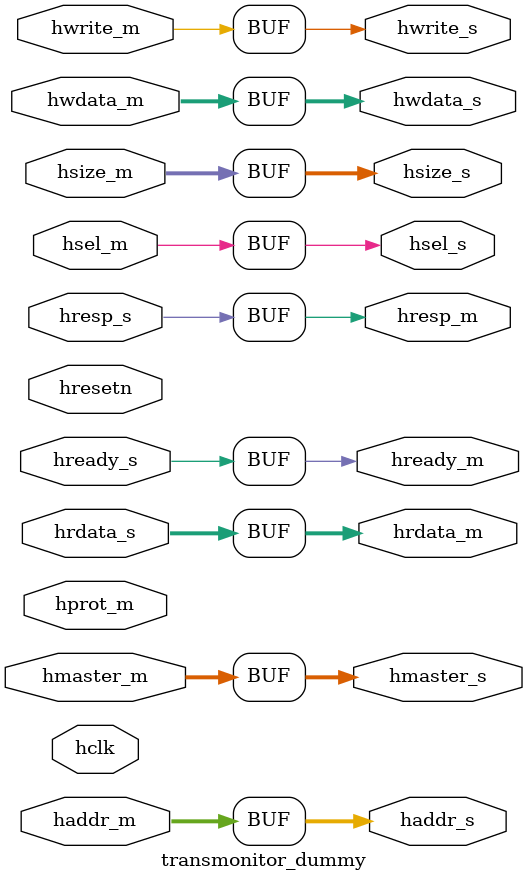
<source format=v>
module transmonitor_dummy (
  input   wire        hclk,
  input   wire        hresetn,
// AHB-LITE MASTER PORT --------------
  input   wire [31:0] hmaster_m,           // AHB transfer: non-sequential only
  input   wire        hsel_m,
  input   wire [31:0] haddr_m,             // AHB transaction address
  input   wire [2:0]  hsize_m,             // AHB size: byte, half-word or word
  input   wire [3:0]  hprot_m,
  input   wire [31:0] hwdata_m,            // AHB write-data
  input   wire        hwrite_m,            // AHB write control
  output  reg  [31:0] hrdata_m,            // AHB read-data
  output  reg         hready_m,            // AHB stall signal
  output  reg         hresp_m,             // AHB error response

  // AHB-LITE SLAVE PORT --------------
  output wire        hsel_s,            // AHB transfer: non-sequential only
  output wire [31:0] hmaster_s,         // AHB transaction address
  output wire [31:0] haddr_s,             // AHB transaction address
  output wire [ 2:0] hsize_s,             // AHB size: byte, half-word or word
  output wire [31:0] hwdata_s,            // AHB write-data
  output wire        hwrite_s,            // AHB write control
  input  wire [31:0] hrdata_s,            // AHB read-data
  input  wire        hready_s,            // AHB stall signal
  input  wire        hresp_s              // AHB error response
);

//----------------------------------
//wire and localparam declaration
//----------------------------------

 wire                      hsel_loc;
 wire                      hwrite_loc;
 wire [31:0]               hrdata_loc;
 wire [31:0]               hwdata_loc;
 wire [31:0]               haddr_loc;

 reg                       hresp_loc;
 reg                       hready_loc;


 reg [7:0]  hmaster_d;
 reg [31:0] haddr_m_d;
 reg [2:0]  hsize_m_d;
 reg [3:0]  hprot_m_d;
 reg [31:0] hwdata_m_d;
 reg        hwrite_m_d;
 reg        hsel_m_d;

 assign hready_m = hready_s;
 assign hresp_m  = hresp_s;
 assign hrdata_m = hrdata_s;

 assign hsel_s    = hsel_m;
 assign haddr_s   = haddr_m;
 assign hmaster_s = hmaster_m;
 assign hwdata_s  = hwdata_m;
 assign hwrite_s  = hwrite_m;
 assign hsize_s   = hsize_m;


endmodule


</source>
